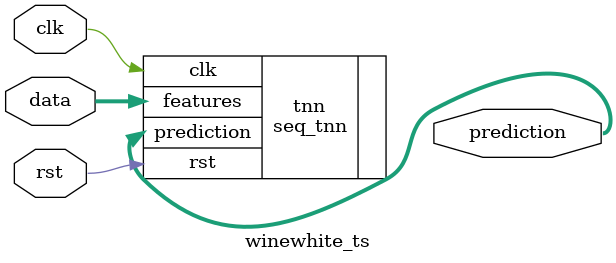
<source format=v>












module winewhite_ts #(

parameter FEAT_CNT = 11,
parameter HIDDEN_CNT = 40,
parameter FEAT_BITS = 4,
parameter CLASS_CNT = 7,
parameter TEST_CNT = 1000




  ) (
  input clk,
  input rst,
  input [FEAT_CNT*FEAT_BITS-1:0] data,
  output [$clog2(CLASS_CNT)-1:0] prediction
  );

  seq_tnn #(
      .FEAT_CNT(FEAT_CNT),.FEAT_BITS(FEAT_BITS),.HIDDEN_CNT(HIDDEN_CNT),.CLASS_CNT(CLASS_CNT),
  .SPARSE_VALS(440'b00010001000000000100111010000100000100000000001110011010101111111000000011011110011000101001111010100011100000001001001001001010001000101010000001010010101000001100001001010100100000010001001010100000000110000010100011001001000001110110000101000110111100011011000110010000000101011100001001001000101001010000001111000000001000000001010000000111000000000001000001101000000000101000000000010010000110000110100001000000100010110100010100000001),
  .MASK(440'b10011001110000000100111010000101000100011001101110011010111111111100011111111110011001101001111010110011101101001011101001001110011000111011011011110110101101001111101101010110110110010101001010110101001110011011110011011011100001110110110101110111111100111011101110010000001111011111011101101011111011011100011111011001101000001101010101100111000001000001000111101010100110101001010000010110000111000110100101011110101011111110110100000011),
  .NONZERO_CNT(640'h06070806070407070707040806050804090607070707080808050305010906050503060906060307),
  .SPARSE_VALS2(79'b0100000010110010011000100000110000101111111100111011000110111010101011011001010),  // Bits of not-zeroes
  .COL_INDICES(632'h2625232221201e1b1817141211100d0c0605040201211f17100d0b211c1615100c0825211f1817100f0125242119181412092625221f1e1c1817161413100b0a07261c171412100f0b0a0907060401), // Column of non-zeros
  .ROW_PTRS(64'h4f3a342d251d0e00) // Column of non-zeros // Start indices per row
      ) tnn (
    .clk(clk),
    .rst(rst),
    .features(data),
    .prediction(prediction)
  );

endmodule

</source>
